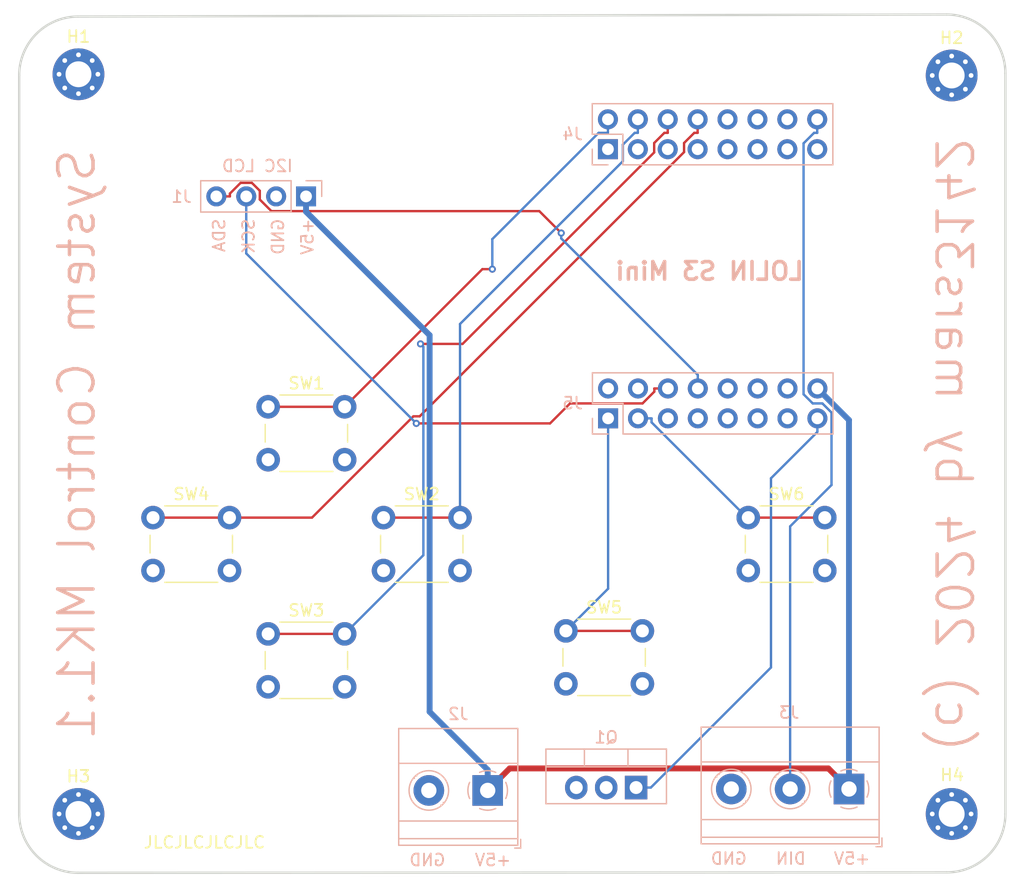
<source format=kicad_pcb>
(kicad_pcb (version 20240108) (generator "pcbnew") (generator_version "8.0")
  (title_block (title "System Control") (date "01.01.2024") (rev "MK1.1") (company "Peter Siegmund (mars3142)") (comment 1 "System Control Board for model railway"))
  (layers (0 "F.Cu" signal) (31 "B.Cu" signal) (34 "B.Paste" user) (35 "F.Paste" user) (36 "B.SilkS" user "B.Silkscreen") (37 "F.SilkS" user "F.Silkscreen") (38 "B.Mask" user) (39 "F.Mask" user) (44 "Edge.Cuts" user))
  (net 0 "")
  (net 1 "SCK")
  (net 2 "+5V")
  (net 3 "GND")
  (net 4 "SDA")
  (net 5 "DIN")
  (net 17 "UP")
  (net 18 "RIGHT")
  (net 19 "DOWN")
  (net 20 "LEFT")
  (net 21 "SELECT")
  (net 22 "BACK")
  (net 31 "MOSFET")
  (footprint "MountingHole:MountingHole_2.2mm_M2_Pad_Via" (layer "F.Cu") (at 59.05615 92.65115)
    (property "Reference" "H3" (at 0 -3.2 0) (layer "F.SilkS"))
    (property "Value" "MH3")
    (pad "1" thru_hole circle (at -1.65 0) (size 0.7 0.7) (drill 0.4) (layers "*.Cu" "*.Mask") (net 3 "GND"))
    (pad "1" thru_hole circle (at -1.166726 -1.166726) (size 0.7 0.7) (drill 0.4) (layers "*.Cu" "*.Mask") (net 3 "GND"))
    (pad "1" thru_hole circle (at -1.166726 1.166726) (size 0.7 0.7) (drill 0.4) (layers "*.Cu" "*.Mask") (net 3 "GND"))
    (pad "1" thru_hole circle (at 0 -1.65) (size 0.7 0.7) (drill 0.4) (layers "*.Cu" "*.Mask") (net 3 "GND"))
    (pad "1" thru_hole circle (at 0 0) (size 4.4 4.4) (drill 2.2) (layers "*.Cu" "*.Mask") (net 3 "GND"))
    (pad "1" thru_hole circle (at 0 1.65) (size 0.7 0.7) (drill 0.4) (layers "*.Cu" "*.Mask") (net 3 "GND"))
    (pad "1" thru_hole circle (at 1.166726 -1.166726) (size 0.7 0.7) (drill 0.4) (layers "*.Cu" "*.Mask") (net 3 "GND"))
    (pad "1" thru_hole circle (at 1.166726 1.166726) (size 0.7 0.7) (drill 0.4) (layers "*.Cu" "*.Mask") (net 3 "GND"))
    (pad "1" thru_hole circle (at 1.65 0) (size 0.7 0.7) (drill 0.4) (layers "*.Cu" "*.Mask") (net 3 "GND"))
  )
  (footprint "Button_Switch_THT:SW_PUSH_6mm_H4.3mm" (layer "F.Cu") (at 75.16945 58.03915)
    (property "Reference" "SW1" (at 3.25 -2 0) (layer "F.SilkS"))
    (property "Value" "UP")
    (fp_line (start -0.25 1.5) (end -0.25 3) (stroke (width 0.12)) (layer "F.SilkS"))
    (fp_line (start 1 5.5) (end 5.5 5.5) (stroke (width 0.12)) (layer "F.SilkS"))
    (fp_line (start 5.5 -1) (end 1 -1) (stroke (width 0.12)) (layer "F.SilkS"))
    (fp_line (start 6.75 3) (end 6.75 1.5) (stroke (width 0.12)) (layer "F.SilkS"))
    (pad "1" thru_hole circle (at 0 0 90) (size 2 2) (drill 1.1) (layers "*.Cu" "*.Mask") (net 17 "UP"))
    (pad "1" thru_hole circle (at 6.5 0 90) (size 2 2) (drill 1.1) (layers "*.Cu" "*.Mask") (net 17 "UP"))
    (pad "2" thru_hole circle (at 0 4.5 90) (size 2 2) (drill 1.1) (layers "*.Cu" "*.Mask") (net 3 "GND"))
    (pad "2" thru_hole circle (at 6.5 4.5 90) (size 2 2) (drill 1.1) (layers "*.Cu" "*.Mask") (net 3 "GND"))
  )
  (footprint "Button_Switch_THT:SW_PUSH_6mm_H4.3mm" (layer "F.Cu") (at 65.38945 67.46115)
    (property "Reference" "SW4" (at 3.25 -2 0) (layer "F.SilkS"))
    (property "Value" "LEFT")
    (fp_line (start -0.25 1.5) (end -0.25 3) (stroke (width 0.12)) (layer "F.SilkS"))
    (fp_line (start 1 5.5) (end 5.5 5.5) (stroke (width 0.12)) (layer "F.SilkS"))
    (fp_line (start 5.5 -1) (end 1 -1) (stroke (width 0.12)) (layer "F.SilkS"))
    (fp_line (start 6.75 3) (end 6.75 1.5) (stroke (width 0.12)) (layer "F.SilkS"))
    (pad "1" thru_hole circle (at 0 0 90) (size 2 2) (drill 1.1) (layers "*.Cu" "*.Mask") (net 20 "LEFT"))
    (pad "1" thru_hole circle (at 6.5 0 90) (size 2 2) (drill 1.1) (layers "*.Cu" "*.Mask") (net 20 "LEFT"))
    (pad "2" thru_hole circle (at 0 4.5 90) (size 2 2) (drill 1.1) (layers "*.Cu" "*.Mask") (net 3 "GND"))
    (pad "2" thru_hole circle (at 6.5 4.5 90) (size 2 2) (drill 1.1) (layers "*.Cu" "*.Mask") (net 3 "GND"))
  )
  (footprint "MountingHole:MountingHole_2.2mm_M2_Pad_Via" (layer "F.Cu") (at 59.05615 29.77315)
    (property "Reference" "H1" (at 0 -3.2 0) (layer "F.SilkS"))
    (property "Value" "MH1")
    (pad "1" thru_hole circle (at -1.65 0) (size 0.7 0.7) (drill 0.4) (layers "*.Cu" "*.Mask") (net 3 "GND"))
    (pad "1" thru_hole circle (at -1.166726 -1.166726) (size 0.7 0.7) (drill 0.4) (layers "*.Cu" "*.Mask") (net 3 "GND"))
    (pad "1" thru_hole circle (at -1.166726 1.166726) (size 0.7 0.7) (drill 0.4) (layers "*.Cu" "*.Mask") (net 3 "GND"))
    (pad "1" thru_hole circle (at 0 -1.65) (size 0.7 0.7) (drill 0.4) (layers "*.Cu" "*.Mask") (net 3 "GND"))
    (pad "1" thru_hole circle (at 0 0) (size 4.4 4.4) (drill 2.2) (layers "*.Cu" "*.Mask") (net 3 "GND"))
    (pad "1" thru_hole circle (at 0 1.65) (size 0.7 0.7) (drill 0.4) (layers "*.Cu" "*.Mask") (net 3 "GND"))
    (pad "1" thru_hole circle (at 1.166726 -1.166726) (size 0.7 0.7) (drill 0.4) (layers "*.Cu" "*.Mask") (net 3 "GND"))
    (pad "1" thru_hole circle (at 1.166726 1.166726) (size 0.7 0.7) (drill 0.4) (layers "*.Cu" "*.Mask") (net 3 "GND"))
    (pad "1" thru_hole circle (at 1.65 0) (size 0.7 0.7) (drill 0.4) (layers "*.Cu" "*.Mask") (net 3 "GND"))
  )
  (footprint "Button_Switch_THT:SW_PUSH_6mm_H4.3mm" (layer "F.Cu") (at 84.97145 67.46115)
    (property "Reference" "SW2" (at 3.25 -2 0) (layer "F.SilkS"))
    (property "Value" "RIGHT")
    (fp_line (start -0.25 1.5) (end -0.25 3) (stroke (width 0.12)) (layer "F.SilkS"))
    (fp_line (start 1 5.5) (end 5.5 5.5) (stroke (width 0.12)) (layer "F.SilkS"))
    (fp_line (start 5.5 -1) (end 1 -1) (stroke (width 0.12)) (layer "F.SilkS"))
    (fp_line (start 6.75 3) (end 6.75 1.5) (stroke (width 0.12)) (layer "F.SilkS"))
    (pad "1" thru_hole circle (at 0 0 90) (size 2 2) (drill 1.1) (layers "*.Cu" "*.Mask") (net 18 "RIGHT"))
    (pad "1" thru_hole circle (at 6.5 0 90) (size 2 2) (drill 1.1) (layers "*.Cu" "*.Mask") (net 18 "RIGHT"))
    (pad "2" thru_hole circle (at 0 4.5 90) (size 2 2) (drill 1.1) (layers "*.Cu" "*.Mask") (net 3 "GND"))
    (pad "2" thru_hole circle (at 6.5 4.5 90) (size 2 2) (drill 1.1) (layers "*.Cu" "*.Mask") (net 3 "GND"))
  )
  (footprint "Button_Switch_THT:SW_PUSH_6mm_H4.3mm" (layer "F.Cu") (at 75.16945 77.34315)
    (property "Reference" "SW3" (at 3.25 -2 0) (layer "F.SilkS"))
    (property "Value" "DOWN")
    (fp_line (start -0.25 1.5) (end -0.25 3) (stroke (width 0.12)) (layer "F.SilkS"))
    (fp_line (start 1 5.5) (end 5.5 5.5) (stroke (width 0.12)) (layer "F.SilkS"))
    (fp_line (start 5.5 -1) (end 1 -1) (stroke (width 0.12)) (layer "F.SilkS"))
    (fp_line (start 6.75 3) (end 6.75 1.5) (stroke (width 0.12)) (layer "F.SilkS"))
    (pad "1" thru_hole circle (at 0 0 90) (size 2 2) (drill 1.1) (layers "*.Cu" "*.Mask") (net 19 "DOWN"))
    (pad "1" thru_hole circle (at 6.5 0 90) (size 2 2) (drill 1.1) (layers "*.Cu" "*.Mask") (net 19 "DOWN"))
    (pad "2" thru_hole circle (at 0 4.5 90) (size 2 2) (drill 1.1) (layers "*.Cu" "*.Mask") (net 3 "GND"))
    (pad "2" thru_hole circle (at 6.5 4.5 90) (size 2 2) (drill 1.1) (layers "*.Cu" "*.Mask") (net 3 "GND"))
  )
  (footprint "Button_Switch_THT:SW_PUSH_6mm_H4.3mm" (layer "F.Cu") (at 115.95945 67.46115)
    (property "Reference" "SW6" (at 3.25 -2 0) (layer "F.SilkS"))
    (property "Value" "BACK")
    (fp_line (start -0.25 1.5) (end -0.25 3) (stroke (width 0.12)) (layer "F.SilkS"))
    (fp_line (start 1 5.5) (end 5.5 5.5) (stroke (width 0.12)) (layer "F.SilkS"))
    (fp_line (start 5.5 -1) (end 1 -1) (stroke (width 0.12)) (layer "F.SilkS"))
    (fp_line (start 6.75 3) (end 6.75 1.5) (stroke (width 0.12)) (layer "F.SilkS"))
    (pad "1" thru_hole circle (at 0 0 90) (size 2 2) (drill 1.1) (layers "*.Cu" "*.Mask") (net 22 "BACK"))
    (pad "1" thru_hole circle (at 6.5 0 90) (size 2 2) (drill 1.1) (layers "*.Cu" "*.Mask") (net 22 "BACK"))
    (pad "2" thru_hole circle (at 0 4.5 90) (size 2 2) (drill 1.1) (layers "*.Cu" "*.Mask") (net 3 "GND"))
    (pad "2" thru_hole circle (at 6.5 4.5 90) (size 2 2) (drill 1.1) (layers "*.Cu" "*.Mask") (net 3 "GND"))
  )
  (footprint "MountingHole:MountingHole_2.2mm_M2_Pad_Via" (layer "F.Cu") (at 133.23945 29.87645)
    (property "Reference" "H2" (at 0 -3.2 0) (layer "F.SilkS"))
    (property "Value" "MH2")
    (pad "1" thru_hole circle (at -1.65 0) (size 0.7 0.7) (drill 0.4) (layers "*.Cu" "*.Mask") (net 3 "GND"))
    (pad "1" thru_hole circle (at -1.166726 -1.166726) (size 0.7 0.7) (drill 0.4) (layers "*.Cu" "*.Mask") (net 3 "GND"))
    (pad "1" thru_hole circle (at -1.166726 1.166726) (size 0.7 0.7) (drill 0.4) (layers "*.Cu" "*.Mask") (net 3 "GND"))
    (pad "1" thru_hole circle (at 0 -1.65) (size 0.7 0.7) (drill 0.4) (layers "*.Cu" "*.Mask") (net 3 "GND"))
    (pad "1" thru_hole circle (at 0 0) (size 4.4 4.4) (drill 2.2) (layers "*.Cu" "*.Mask") (net 3 "GND"))
    (pad "1" thru_hole circle (at 0 1.65) (size 0.7 0.7) (drill 0.4) (layers "*.Cu" "*.Mask") (net 3 "GND"))
    (pad "1" thru_hole circle (at 1.166726 -1.166726) (size 0.7 0.7) (drill 0.4) (layers "*.Cu" "*.Mask") (net 3 "GND"))
    (pad "1" thru_hole circle (at 1.166726 1.166726) (size 0.7 0.7) (drill 0.4) (layers "*.Cu" "*.Mask") (net 3 "GND"))
    (pad "1" thru_hole circle (at 1.65 0) (size 0.7 0.7) (drill 0.4) (layers "*.Cu" "*.Mask") (net 3 "GND"))
  )
  (footprint "MountingHole:MountingHole_2.2mm_M2_Pad_Via" (layer "F.Cu") (at 133.23945 92.65115)
    (property "Reference" "H4" (at 0.0355 -3.3145 0) (layer "F.SilkS"))
    (property "Value" "MH4")
    (pad "1" thru_hole circle (at -1.65 0) (size 0.7 0.7) (drill 0.4) (layers "*.Cu" "*.Mask") (net 3 "GND"))
    (pad "1" thru_hole circle (at -1.166726 -1.166726) (size 0.7 0.7) (drill 0.4) (layers "*.Cu" "*.Mask") (net 3 "GND"))
    (pad "1" thru_hole circle (at -1.166726 1.166726) (size 0.7 0.7) (drill 0.4) (layers "*.Cu" "*.Mask") (net 3 "GND"))
    (pad "1" thru_hole circle (at 0 -1.65) (size 0.7 0.7) (drill 0.4) (layers "*.Cu" "*.Mask") (net 3 "GND"))
    (pad "1" thru_hole circle (at 0 0) (size 4.4 4.4) (drill 2.2) (layers "*.Cu" "*.Mask") (net 3 "GND"))
    (pad "1" thru_hole circle (at 0 1.65) (size 0.7 0.7) (drill 0.4) (layers "*.Cu" "*.Mask") (net 3 "GND"))
    (pad "1" thru_hole circle (at 1.166726 -1.166726) (size 0.7 0.7) (drill 0.4) (layers "*.Cu" "*.Mask") (net 3 "GND"))
    (pad "1" thru_hole circle (at 1.166726 1.166726) (size 0.7 0.7) (drill 0.4) (layers "*.Cu" "*.Mask") (net 3 "GND"))
    (pad "1" thru_hole circle (at 1.65 0) (size 0.7 0.7) (drill 0.4) (layers "*.Cu" "*.Mask") (net 3 "GND"))
  )
  (footprint "Button_Switch_THT:SW_PUSH_6mm_H4.3mm" (layer "F.Cu") (at 100.46545 77.08915)
    (property "Reference" "SW5" (at 3.25 -2 0) (layer "F.SilkS"))
    (property "Value" "SELECT")
    (fp_line (start -0.25 1.5) (end -0.25 3) (stroke (width 0.12)) (layer "F.SilkS"))
    (fp_line (start 1 5.5) (end 5.5 5.5) (stroke (width 0.12)) (layer "F.SilkS"))
    (fp_line (start 5.5 -1) (end 1 -1) (stroke (width 0.12)) (layer "F.SilkS"))
    (fp_line (start 6.75 3) (end 6.75 1.5) (stroke (width 0.12)) (layer "F.SilkS"))
    (pad "1" thru_hole circle (at 0 0 90) (size 2 2) (drill 1.1) (layers "*.Cu" "*.Mask") (net 21 "SELECT"))
    (pad "1" thru_hole circle (at 6.5 0 90) (size 2 2) (drill 1.1) (layers "*.Cu" "*.Mask") (net 21 "SELECT"))
    (pad "2" thru_hole circle (at 0 4.5 90) (size 2 2) (drill 1.1) (layers "*.Cu" "*.Mask") (net 3 "GND"))
    (pad "2" thru_hole circle (at 6.5 4.5 90) (size 2 2) (drill 1.1) (layers "*.Cu" "*.Mask") (net 3 "GND"))
  )
  (footprint "Package_TO_SOT_THT:TO-220-3_Vertical" (layer "B.Cu") (at 106.42945 90.40615 180)
    (property "Reference" "Q1" (at 2.54 4.27 0) (layer "B.SilkS") (effects (justify mirror)))
    (property "Value" "IRF3205")
    (fp_line (start 7.66 3.27) (end -2.58 3.27) (stroke (width 0.12)) (layer "B.SilkS"))
    (fp_line (start 7.66 1.76) (end -2.58 1.76) (stroke (width 0.12)) (layer "B.SilkS"))
    (fp_line (start 7.66 -1.371) (end 7.66 3.27) (stroke (width 0.12)) (layer "B.SilkS"))
    (fp_line (start 7.66 -1.371) (end -2.58 -1.371) (stroke (width 0.12)) (layer "B.SilkS"))
    (fp_line (start 4.391 1.76) (end 4.391 3.27) (stroke (width 0.12)) (layer "B.SilkS"))
    (fp_line (start 0.69 1.76) (end 0.69 3.27) (stroke (width 0.12)) (layer "B.SilkS"))
    (fp_line (start -2.58 -1.371) (end -2.58 3.27) (stroke (width 0.12)) (layer "B.SilkS"))
    (pad "1" thru_hole rect (at 0 0 180) (size 1.905 2) (drill 1.1) (layers "*.Cu" "*.Mask") (net 31 "MOSFET"))
    (pad "2" thru_hole oval (at 2.54 0 180) (size 1.905 2) (drill 1.1) (layers "*.Cu" "*.Mask") (net 3 "GND"))
    (pad "3" thru_hole oval (at 5.08 0 180) (size 1.905 2) (drill 1.1) (layers "*.Cu" "*.Mask") (net 3 "GND"))
  )
  (footprint "TerminalBlock_Phoenix:TerminalBlock_Phoenix_MKDS-1,5-3_1x03_P5.00mm_Horizontal" (layer "B.Cu") (at 124.51545 90.53015 180)
    (property "Reference" "J3" (at 5.085 6.5 0) (layer "B.SilkS") (effects (justify mirror)))
    (property "Value" "Output")
    (fp_line (start 12.56 5.261) (end -2.56 5.261) (stroke (width 0.12)) (layer "B.SilkS"))
    (fp_line (start 12.56 2.301) (end -2.56 2.301) (stroke (width 0.12)) (layer "B.SilkS"))
    (fp_line (start 12.56 -2.6) (end -2.56 -2.6) (stroke (width 0.12)) (layer "B.SilkS"))
    (fp_line (start 12.56 -4.1) (end -2.56 -4.1) (stroke (width 0.12)) (layer "B.SilkS"))
    (fp_line (start 12.56 -4.66) (end 12.56 5.261) (stroke (width 0.12)) (layer "B.SilkS"))
    (fp_line (start 12.56 -4.66) (end -2.56 -4.66) (stroke (width 0.12)) (layer "B.SilkS"))
    (fp_line (start 11.228 1.023) (end 11.275 1.069) (stroke (width 0.12)) (layer "B.SilkS"))
    (fp_line (start 11.035 1.239) (end 11.07 1.275) (stroke (width 0.12)) (layer "B.SilkS"))
    (fp_line (start 8.931 -1.274) (end 8.966 -1.239) (stroke (width 0.12)) (layer "B.SilkS"))
    (fp_line (start 8.726 -1.069) (end 8.773 -1.023) (stroke (width 0.12)) (layer "B.SilkS"))
    (fp_line (start 6.228 1.023) (end 6.275 1.069) (stroke (width 0.12)) (layer "B.SilkS"))
    (fp_line (start 6.035 1.239) (end 6.07 1.275) (stroke (width 0.12)) (layer "B.SilkS"))
    (fp_line (start 3.931 -1.274) (end 3.966 -1.239) (stroke (width 0.12)) (layer "B.SilkS"))
    (fp_line (start 3.726 -1.069) (end 3.773 -1.023) (stroke (width 0.12)) (layer "B.SilkS"))
    (fp_line (start -2.3 -4.9) (end -2.8 -4.9) (stroke (width 0.12)) (layer "B.SilkS"))
    (fp_line (start -2.56 -4.66) (end -2.56 5.261) (stroke (width 0.12)) (layer "B.SilkS"))
    (fp_line (start -2.8 -4.9) (end -2.8 -4.16) (stroke (width 0.12)) (layer "B.SilkS"))
    (fp_arc (start 1.535 -0.684) (mid 1.6805 -0.000524) (end 1.535427 0.683042) (stroke (width 0.12)) (layer "B.SilkS"))
    (fp_arc (start 0.684 1.535) (mid 0.000524 1.680501) (end -0.683042 1.535427) (stroke (width 0.12)) (layer "B.SilkS"))
    (fp_arc (start 0 -1.68) (mid 0.349292 -1.643288) (end 0.683318 -1.534756) (stroke (width 0.12)) (layer "B.SilkS"))
    (fp_arc (start -0.684 -1.535) (mid -0.335551 -1.646659) (end 0.028805 -1.680253) (stroke (width 0.12)) (layer "B.SilkS"))
    (fp_arc (start -1.535 0.684) (mid -1.680501 0.000524) (end -1.535427 -0.683042) (stroke (width 0.12)) (layer "B.SilkS"))
    (fp_circle (center 10 0) (end 11.68 0) (stroke (width 0.12)) (fill none) (layer "B.SilkS"))
    (fp_circle (center 5 0) (end 6.68 0) (stroke (width 0.12)) (fill none) (layer "B.SilkS"))
    (pad "1" thru_hole rect (at 0 0 180) (size 2.6 2.6) (drill 1.3) (layers "*.Cu" "*.Mask") (net 2 "+5V"))
    (pad "2" thru_hole circle (at 5 0 180) (size 2.6 2.6) (drill 1.3) (layers "*.Cu" "*.Mask") (net 5 "DIN"))
    (pad "3" thru_hole circle (at 10 0 180) (size 2.6 2.6) (drill 1.3) (layers "*.Cu" "*.Mask") (net 3 "GND"))
  )
  (footprint "Connector_PinSocket_2.54mm:PinSocket_2x08_P2.54mm_Vertical" (layer "B.Cu") (at 104.05145 59.02315 -90)
    (property "Reference" "J5" (at -1.29 3.015 180) (layer "B.SilkS") (effects (justify mirror)))
    (property "Value" "Female Header Right" (hide yes))
    (fp_line (start -1.27 1.33) (end -3.87 1.33) (stroke (width 0.12)) (layer "B.SilkS"))
    (fp_line (start 1.33 1.33) (end 0 1.33) (stroke (width 0.12)) (layer "B.SilkS"))
    (fp_line (start 1.33 0) (end 1.33 1.33) (stroke (width 0.12)) (layer "B.SilkS"))
    (fp_line (start -1.27 -1.27) (end -1.27 1.33) (stroke (width 0.12)) (layer "B.SilkS"))
    (fp_line (start 1.33 -1.27) (end -1.27 -1.27) (stroke (width 0.12)) (layer "B.SilkS"))
    (fp_line (start -3.87 -19.11) (end -3.87 1.33) (stroke (width 0.12)) (layer "B.SilkS"))
    (fp_line (start 1.33 -19.11) (end 1.33 -1.27) (stroke (width 0.12)) (layer "B.SilkS"))
    (fp_line (start 1.33 -19.11) (end -3.87 -19.11) (stroke (width 0.12)) (layer "B.SilkS"))
    (pad "1" thru_hole rect (at 0 0 270) (size 1.7 1.7) (drill 1) (layers "*.Cu" "*.Mask") (net 21 "SELECT"))
    (pad "2" thru_hole oval (at -2.54 0 270) (size 1.7 1.7) (drill 1) (layers "*.Cu" "*.Mask"))
    (pad "3" thru_hole oval (at 0 -2.54 270) (size 1.7 1.7) (drill 1) (layers "*.Cu" "*.Mask") (net 22 "BACK"))
    (pad "4" thru_hole oval (at -2.54 -2.54 270) (size 1.7 1.7) (drill 1) (layers "*.Cu" "*.Mask"))
    (pad "5" thru_hole oval (at 0 -5.08 270) (size 1.7 1.7) (drill 1) (layers "*.Cu" "*.Mask"))
    (pad "6" thru_hole oval (at -2.54 -5.08 270) (size 1.7 1.7) (drill 1) (layers "*.Cu" "*.Mask") (net 1 "SCK"))
    (pad "7" thru_hole oval (at 0 -7.62 270) (size 1.7 1.7) (drill 1) (layers "*.Cu" "*.Mask"))
    (pad "8" thru_hole oval (at -2.54 -7.62 270) (size 1.7 1.7) (drill 1) (layers "*.Cu" "*.Mask") (net 4 "SDA"))
    (pad "9" thru_hole oval (at 0 -10.16 270) (size 1.7 1.7) (drill 1) (layers "*.Cu" "*.Mask"))
    (pad "10" thru_hole oval (at -2.54 -10.16 270) (size 1.7 1.7) (drill 1) (layers "*.Cu" "*.Mask"))
    (pad "11" thru_hole oval (at 0 -12.7 270) (size 1.7 1.7) (drill 1) (layers "*.Cu" "*.Mask"))
    (pad "12" thru_hole oval (at -2.54 -12.7 270) (size 1.7 1.7) (drill 1) (layers "*.Cu" "*.Mask"))
    (pad "13" thru_hole oval (at 0 -15.24 270) (size 1.7 1.7) (drill 1) (layers "*.Cu" "*.Mask") (net 3 "GND"))
    (pad "14" thru_hole oval (at -2.54 -15.24 270) (size 1.7 1.7) (drill 1) (layers "*.Cu" "*.Mask") (net 3 "GND"))
    (pad "15" thru_hole oval (at 0 -17.78 270) (size 1.7 1.7) (drill 1) (layers "*.Cu" "*.Mask") (net 31 "MOSFET"))
    (pad "16" thru_hole oval (at -2.54 -17.78 270) (size 1.7 1.7) (drill 1) (layers "*.Cu" "*.Mask") (net 2 "+5V"))
  )
  (footprint "Connector_PinSocket_2.54mm:PinSocket_1x04_P2.54mm_Vertical" (layer "B.Cu") (at 78.38945 40.15515 90)
    (property "Reference" "J1" (at -0.025 -10.58 180) (layer "B.SilkS") (effects (justify mirror)))
    (property "Value" "Female Header")
    (fp_line (start 1.33 -8.95) (end -1.33 -8.95) (stroke (width 0.12)) (layer "B.SilkS"))
    (fp_line (start 1.33 -8.95) (end 1.33 -1.27) (stroke (width 0.12)) (layer "B.SilkS"))
    (fp_line (start -1.33 -8.95) (end -1.33 -1.27) (stroke (width 0.12)) (layer "B.SilkS"))
    (fp_line (start 1.33 -1.27) (end -1.33 -1.27) (stroke (width 0.12)) (layer "B.SilkS"))
    (fp_line (start 1.33 0) (end 1.33 1.33) (stroke (width 0.12)) (layer "B.SilkS"))
    (fp_line (start 1.33 1.33) (end 0 1.33) (stroke (width 0.12)) (layer "B.SilkS"))
    (pad "1" thru_hole rect (at 0 0 90) (size 1.7 1.7) (drill 1) (layers "*.Cu" "*.Mask") (net 2 "+5V"))
    (pad "2" thru_hole oval (at 0 -2.54 90) (size 1.7 1.7) (drill 1) (layers "*.Cu" "*.Mask") (net 3 "GND"))
    (pad "3" thru_hole oval (at 0 -5.08 90) (size 1.7 1.7) (drill 1) (layers "*.Cu" "*.Mask") (net 1 "SCK"))
    (pad "4" thru_hole oval (at 0 -7.62 90) (size 1.7 1.7) (drill 1) (layers "*.Cu" "*.Mask") (net 4 "SDA"))
  )
  (footprint "TerminalBlock_Phoenix:TerminalBlock_Phoenix_MKDS-1,5-2_1x02_P5.00mm_Horizontal" (layer "B.Cu") (at 93.82145 90.65115 180)
    (property "Reference" "J2" (at 2.5 6.5 0) (layer "B.SilkS") (effects (justify mirror)))
    (property "Value" "Input")
    (fp_line (start 7.56 5.261) (end -2.56 5.261) (stroke (width 0.12)) (layer "B.SilkS"))
    (fp_line (start 7.56 2.301) (end -2.56 2.301) (stroke (width 0.12)) (layer "B.SilkS"))
    (fp_line (start 7.56 -2.6) (end -2.56 -2.6) (stroke (width 0.12)) (layer "B.SilkS"))
    (fp_line (start 7.56 -4.1) (end -2.56 -4.1) (stroke (width 0.12)) (layer "B.SilkS"))
    (fp_line (start 7.56 -4.66) (end 7.56 5.261) (stroke (width 0.12)) (layer "B.SilkS"))
    (fp_line (start 7.56 -4.66) (end -2.56 -4.66) (stroke (width 0.12)) (layer "B.SilkS"))
    (fp_line (start 6.228 1.023) (end 6.275 1.069) (stroke (width 0.12)) (layer "B.SilkS"))
    (fp_line (start 6.035 1.239) (end 6.07 1.275) (stroke (width 0.12)) (layer "B.SilkS"))
    (fp_line (start 3.931 -1.274) (end 3.966 -1.239) (stroke (width 0.12)) (layer "B.SilkS"))
    (fp_line (start 3.726 -1.069) (end 3.773 -1.023) (stroke (width 0.12)) (layer "B.SilkS"))
    (fp_line (start -2.3 -4.9) (end -2.8 -4.9) (stroke (width 0.12)) (layer "B.SilkS"))
    (fp_line (start -2.56 -4.66) (end -2.56 5.261) (stroke (width 0.12)) (layer "B.SilkS"))
    (fp_line (start -2.8 -4.9) (end -2.8 -4.16) (stroke (width 0.12)) (layer "B.SilkS"))
    (fp_arc (start 1.535 -0.684) (mid 1.6805 -0.000524) (end 1.535427 0.683042) (stroke (width 0.12)) (layer "B.SilkS"))
    (fp_arc (start 0.684 1.535) (mid 0.000524 1.680501) (end -0.683042 1.535427) (stroke (width 0.12)) (layer "B.SilkS"))
    (fp_arc (start 0 -1.68) (mid 0.349292 -1.643288) (end 0.683318 -1.534756) (stroke (width 0.12)) (layer "B.SilkS"))
    (fp_arc (start -0.684 -1.535) (mid -0.335551 -1.646659) (end 0.028805 -1.680253) (stroke (width 0.12)) (layer "B.SilkS"))
    (fp_arc (start -1.535 0.684) (mid -1.680501 0.000524) (end -1.535427 -0.683042) (stroke (width 0.12)) (layer "B.SilkS"))
    (fp_circle (center 5 0) (end 6.68 0) (stroke (width 0.12)) (fill none) (layer "B.SilkS"))
    (pad "1" thru_hole rect (at 0 0 180) (size 2.6 2.6) (drill 1.3) (layers "*.Cu" "*.Mask") (net 2 "+5V"))
    (pad "2" thru_hole circle (at 5 0 180) (size 2.6 2.6) (drill 1.3) (layers "*.Cu" "*.Mask") (net 3 "GND"))
  )
  (footprint "Connector_PinSocket_2.54mm:PinSocket_2x08_P2.54mm_Vertical" (layer "B.Cu") (at 104.03645 36.14315 -90)
    (property "Reference" "J4" (at -1.29 3 180) (layer "B.SilkS") (effects (justify mirror)))
    (property "Value" "Female Header Left" (hide yes))
    (fp_line (start -1.27 1.33) (end -3.87 1.33) (stroke (width 0.12)) (layer "B.SilkS"))
    (fp_line (start 1.33 1.33) (end 0 1.33) (stroke (width 0.12)) (layer "B.SilkS"))
    (fp_line (start 1.33 0) (end 1.33 1.33) (stroke (width 0.12)) (layer "B.SilkS"))
    (fp_line (start -1.27 -1.27) (end -1.27 1.33) (stroke (width 0.12)) (layer "B.SilkS"))
    (fp_line (start 1.33 -1.27) (end -1.27 -1.27) (stroke (width 0.12)) (layer "B.SilkS"))
    (fp_line (start -3.87 -19.11) (end -3.87 1.33) (stroke (width 0.12)) (layer "B.SilkS"))
    (fp_line (start 1.33 -19.11) (end 1.33 -1.27) (stroke (width 0.12)) (layer "B.SilkS"))
    (fp_line (start 1.33 -19.11) (end -3.87 -19.11) (stroke (width 0.12)) (layer "B.SilkS"))
    (pad "1" thru_hole rect (at 0 0 270) (size 1.7 1.7) (drill 1) (layers "*.Cu" "*.Mask"))
    (pad "2" thru_hole oval (at -2.54 0 270) (size 1.7 1.7) (drill 1) (layers "*.Cu" "*.Mask") (net 17 "UP"))
    (pad "3" thru_hole oval (at 0 -2.54 270) (size 1.7 1.7) (drill 1) (layers "*.Cu" "*.Mask"))
    (pad "4" thru_hole oval (at -2.54 -2.54 270) (size 1.7 1.7) (drill 1) (layers "*.Cu" "*.Mask") (net 18 "RIGHT"))
    (pad "5" thru_hole oval (at 0 -5.08 270) (size 1.7 1.7) (drill 1) (layers "*.Cu" "*.Mask"))
    (pad "6" thru_hole oval (at -2.54 -5.08 270) (size 1.7 1.7) (drill 1) (layers "*.Cu" "*.Mask") (net 19 "DOWN"))
    (pad "7" thru_hole oval (at 0 -7.62 270) (size 1.7 1.7) (drill 1) (layers "*.Cu" "*.Mask"))
    (pad "8" thru_hole oval (at -2.54 -7.62 270) (size 1.7 1.7) (drill 1) (layers "*.Cu" "*.Mask") (net 20 "LEFT"))
    (pad "9" thru_hole oval (at 0 -10.16 270) (size 1.7 1.7) (drill 1) (layers "*.Cu" "*.Mask"))
    (pad "10" thru_hole oval (at -2.54 -10.16 270) (size 1.7 1.7) (drill 1) (layers "*.Cu" "*.Mask"))
    (pad "11" thru_hole oval (at 0 -12.7 270) (size 1.7 1.7) (drill 1) (layers "*.Cu" "*.Mask"))
    (pad "12" thru_hole oval (at -2.54 -12.7 270) (size 1.7 1.7) (drill 1) (layers "*.Cu" "*.Mask"))
    (pad "13" thru_hole oval (at 0 -15.24 270) (size 1.7 1.7) (drill 1) (layers "*.Cu" "*.Mask"))
    (pad "14" thru_hole oval (at -2.54 -15.24 270) (size 1.7 1.7) (drill 1) (layers "*.Cu" "*.Mask"))
    (pad "15" thru_hole oval (at 0 -17.78 270) (size 1.7 1.7) (drill 1) (layers "*.Cu" "*.Mask"))
    (pad "16" thru_hole oval (at -2.54 -17.78 270) (size 1.7 1.7) (drill 1) (layers "*.Cu" "*.Mask") (net 5 "DIN"))
  )
  (gr_line (start 59.01945 24.868424) (end 132.80345 24.69315) (stroke (width 0.2)) (layer "Edge.Cuts"))
  (gr_line (start 59.01945 97.65115) (end 132.803451 97.615489) (stroke (width 0.2)) (layer "Edge.Cuts"))
  (gr_arc (start 137.80345 92.65115) (mid 136.336808 96.17411) (end 132.803451 97.615489) (stroke (width 0.2)) (layer "Edge.Cuts"))
  (gr_line (start 137.80345 29.69315) (end 137.80345 92.65115) (stroke (width 0.2)) (layer "Edge.Cuts"))
  (gr_arc (start 132.80345 24.69315) (mid 136.339013 26.157587) (end 137.80345 29.69315) (stroke (width 0.2)) (layer "Edge.Cuts"))
  (gr_line (start 54.01945 92.65115) (end 54.01945 29.868424) (stroke (width 0.2)) (layer "Edge.Cuts"))
  (gr_arc (start 54.01945 29.868424) (mid 55.483915 26.332888) (end 59.01945 24.868424) (stroke (width 0.2)) (layer "Edge.Cuts"))
  (gr_arc (start 59.01945 97.65115) (mid 55.483916 96.186684) (end 54.01945 92.65115) (stroke (width 0.2)) (layer "Edge.Cuts"))
  (gr_text "GND" (at 76.58945 41.96515 90) (layer "B.SilkS") (effects (font (size 1 1)) (justify left bottom mirror)))
  (gr_text "SCK" (at 74.08945 41.96515 90) (layer "B.SilkS") (effects (font (size 1 1)) (justify left bottom mirror)))
  (gr_text "I2C LCD" (at 77.35145 38.15515 0) (layer "B.SilkS") (effects (font (size 1 1)) (justify left bottom mirror)))
  (gr_text "LOLIN S3 Mini" (at 120.83145 47.39315 0) (layer "B.SilkS") (effects (font (size 1.5 1.5) (thickness 0.3) (bold yes)) (justify left bottom mirror)))
  (gr_text "+5V" (at 95.88945 97.15115 0) (layer "B.SilkS") (effects (font (size 1 1)) (justify left bottom mirror)))
  (gr_text "+5V" (at 126.38945 97.03015 0) (layer "B.SilkS") (effects (font (size 1 1)) (justify left bottom mirror)))
  (gr_text "+5V" (at 79.08945 41.96515 90) (layer "B.SilkS") (effects (font (size 1 1)) (justify left bottom mirror)))
  (gr_text "(c) 2024 by mars3142" (at 131.62095 61.263799 270) (layer "B.SilkS") (effects (font (size 3 3) (thickness 0.3) (bold yes)) (justify bottom mirror)))
  (gr_text "GND" (at 115.93045 97.03015 0) (layer "B.SilkS") (effects (font (size 1 1)) (justify left bottom mirror)))
  (gr_text "GND" (at 90.32145 97.15115 0) (layer "B.SilkS") (effects (font (size 1 1)) (justify left bottom mirror)))
  (gr_text "DIN" (at 120.93045 97.03015 0) (layer "B.SilkS") (effects (font (size 1 1)) (justify left bottom mirror)))
  (gr_text "System Control MK1.1" (at 60.674676 61.241957 90) (layer "B.SilkS") (effects (font (size 3 3) (thickness 0.3)) (justify bottom mirror)))
  (gr_text "SDA" (at 71.58945 41.96515 90) (layer "B.SilkS") (effects (font (size 1 1)) (justify left bottom mirror)))
  (gr_text "JLCJLCJLCJLC" (at 64.51945 95.65115 0) (layer "F.SilkS") (effects (font (size 1 1)) (justify left bottom)))
  (segment (start 87.75675 59.45175) (end 99.11965 59.45175) (width 0.2) (layer "F.Cu") (net 1))
  (segment (start 109.13145 56.48315) (end 107.97975 56.48315) (width 0.2) (layer "F.Cu") (net 1))
  (segment (start 100.81825 57.75315) (end 106.97825 57.75315) (width 0.2) (layer "F.Cu") (net 1))
  (segment (start 99.11965 59.45175) (end 100.81825 57.75315) (width 0.2) (layer "F.Cu") (net 1))
  (segment (start 107.97975 56.75165) (end 107.97975 56.48315) (width 0.2) (layer "F.Cu") (net 1))
  (segment (start 106.97825 57.75315) (end 107.97975 56.75165) (width 0.2) (layer "F.Cu") (net 1))
  (via (at 87.75675 59.45175) (size 0.6) (drill 0.3) (layers "F.Cu" "B.Cu") (net 1))
  (segment (start 73.30945 45.00445) (end 87.75675 59.45175) (width 0.2) (layer "B.Cu") (net 1))
  (segment (start 73.30945 40.15515) (end 73.30945 45.00445) (width 0.2) (layer "B.Cu") (net 1))
  (segment (start 93.82145 90.65115) (end 95.69245 88.78015) (width 0.5) (layer "F.Cu") (net 2))
  (segment (start 95.69245 88.78015) (end 122.76545 88.78015) (width 0.5) (layer "F.Cu") (net 2))
  (segment (start 122.76545 88.78015) (end 124.51545 90.53015) (width 0.5) (layer "F.Cu") (net 2))
  (segment (start 124.51545 90.53015) (end 124.51545 59.16715) (width 0.5) (layer "B.Cu") (net 2))
  (segment (start 93.82145 88.89945) (end 93.82145 90.65115) (width 0.5) (layer "B.Cu") (net 2))
  (segment (start 88.88945 83.96745) (end 93.82145 88.89945) (width 0.5) (layer "B.Cu") (net 2))
  (segment (start 124.51545 59.16715) (end 121.83145 56.48315) (width 0.5) (layer "B.Cu") (net 2))
  (segment (start 78.38945 40.15515) (end 78.38945 41.45685) (width 0.5) (layer "B.Cu") (net 2))
  (segment (start 78.38945 41.45685) (end 88.88945 51.95685) (width 0.5) (layer "B.Cu") (net 2))
  (segment (start 88.88945 51.95685) (end 88.88945 83.96745) (width 0.5) (layer "B.Cu") (net 2))
  (segment (start 98.20635 41.40735) (end 75.44525 41.40735) (width 0.2) (layer "F.Cu") (net 4))
  (segment (start 100.06855 43.26955) (end 98.20635 41.40735) (width 0.2) (layer "F.Cu") (net 4))
  (segment (start 74.46115 40.42325) (end 74.46115 39.67805) (width 0.2) (layer "F.Cu") (net 4))
  (segment (start 73.78655 39.00345) (end 72.83235 39.00345) (width 0.2) (layer "F.Cu") (net 4))
  (segment (start 71.92115 39.91465) (end 71.92115 40.15515) (width 0.2) (layer "F.Cu") (net 4))
  (segment (start 70.76945 40.15515) (end 71.92115 40.15515) (width 0.2) (layer "F.Cu") (net 4))
  (segment (start 72.83235 39.00345) (end 71.92115 39.91465) (width 0.2) (layer "F.Cu") (net 4))
  (segment (start 75.44525 41.40735) (end 74.46115 40.42325) (width 0.2) (layer "F.Cu") (net 4))
  (segment (start 74.46115 39.67805) (end 73.78655 39.00345) (width 0.2) (layer "F.Cu") (net 4))
  (via (at 100.06855 43.26955) (size 0.6) (drill 0.3) (layers "F.Cu" "B.Cu") (net 4))
  (segment (start 111.67145 55.33145) (end 100.06855 43.72855) (width 0.2) (layer "B.Cu") (net 4))
  (segment (start 111.67145 56.48315) (end 111.67145 55.33145) (width 0.2) (layer "B.Cu") (net 4))
  (segment (start 100.06855 43.72855) (end 100.06855 43.26955) (width 0.2) (layer "B.Cu") (net 4))
  (segment (start 121.54795 34.75485) (end 121.81645 34.75485) (width 0.2) (layer "B.Cu") (net 5))
  (segment (start 123.03165 64.68895) (end 123.03165 58.52905) (width 0.2) (layer "B.Cu") (net 5))
  (segment (start 122.25575 57.75315) (end 121.43465 57.75315) (width 0.2) (layer "B.Cu") (net 5))
  (segment (start 119.51545 90.53015) (end 119.51545 68.20515) (width 0.2) (layer "B.Cu") (net 5))
  (segment (start 123.03165 58.52905) (end 122.25575 57.75315) (width 0.2) (layer "B.Cu") (net 5))
  (segment (start 120.65745 35.64535) (end 121.54795 34.75485) (width 0.2) (layer "B.Cu") (net 5))
  (segment (start 120.65745 56.97595) (end 120.65745 35.64535) (width 0.2) (layer "B.Cu") (net 5))
  (segment (start 121.43465 57.75315) (end 120.65745 56.97595) (width 0.2) (layer "B.Cu") (net 5))
  (segment (start 119.51545 68.20515) (end 123.03165 64.68895) (width 0.2) (layer "B.Cu") (net 5))
  (segment (start 121.81645 33.60315) (end 121.81645 34.75485) (width 0.2) (layer "B.Cu") (net 5))
  (segment (start 81.66945 58.03915) (end 75.16945 58.03915) (width 0.2) (layer "F.Cu") (net 17))
  (segment (start 93.36755 46.34105) (end 81.66945 58.03915) (width 0.2) (layer "F.Cu") (net 17))
  (segment (start 94.21465 46.34105) (end 93.36755 46.34105) (width 0.2) (layer "F.Cu") (net 17))
  (via (at 94.21465 46.34105) (size 0.6) (drill 0.3) (layers "F.Cu" "B.Cu") (net 17))
  (segment (start 104.03645 34.75485) (end 103.24465 34.75485) (width 0.2) (layer "B.Cu") (net 17))
  (segment (start 104.03645 33.60315) (end 104.03645 34.75485) (width 0.2) (layer "B.Cu") (net 17))
  (segment (start 94.21465 43.78485) (end 94.21465 46.34105) (width 0.2) (layer "B.Cu") (net 17))
  (segment (start 103.24465 34.75485) (end 94.21465 43.78485) (width 0.2) (layer "B.Cu") (net 17))
  (segment (start 91.47145 67.46115) (end 84.97145 67.46115) (width 0.2) (layer "F.Cu") (net 18))
  (segment (start 105.30645 35.75635) (end 106.30795 34.75485) (width 0.2) (layer "B.Cu") (net 18))
  (segment (start 91.47145 67.46115) (end 91.47145 50.99995) (width 0.2) (layer "B.Cu") (net 18))
  (segment (start 106.57645 33.60315) (end 106.57645 34.75485) (width 0.2) (layer "B.Cu") (net 18))
  (segment (start 105.30645 37.16495) (end 105.30645 35.75635) (width 0.2) (layer "B.Cu") (net 18))
  (segment (start 91.47145 50.99995) (end 105.30645 37.16495) (width 0.2) (layer "B.Cu") (net 18))
  (segment (start 106.30795 34.75485) (end 106.57645 34.75485) (width 0.2) (layer "B.Cu") (net 18))
  (segment (start 107.96475 36.41875) (end 91.69085 52.69265) (width 0.2) (layer "F.Cu") (net 19))
  (segment (start 107.96475 35.61855) (end 107.96475 36.41875) (width 0.2) (layer "F.Cu") (net 19))
  (segment (start 109.11645 34.75485) (end 108.82845 34.75485) (width 0.2) (layer "F.Cu") (net 19))
  (segment (start 81.66945 77.34315) (end 75.16945 77.34315) (width 0.2) (layer "F.Cu") (net 19))
  (segment (start 91.69085 52.69265) (end 88.11295 52.69265) (width 0.2) (layer "F.Cu") (net 19))
  (segment (start 108.82845 34.75485) (end 107.96475 35.61855) (width 0.2) (layer "F.Cu") (net 19))
  (segment (start 109.11645 33.60315) (end 109.11645 34.75485) (width 0.2) (layer "F.Cu") (net 19))
  (via (at 88.11295 52.69265) (size 0.6) (drill 0.3) (layers "F.Cu" "B.Cu") (net 19))
  (segment (start 88.35675 70.65585) (end 88.35675 52.93645) (width 0.2) (layer "B.Cu") (net 19))
  (segment (start 81.66945 77.34315) (end 88.35675 70.65585) (width 0.2) (layer "B.Cu") (net 19))
  (segment (start 88.35675 52.93645) (end 88.11295 52.69265) (width 0.2) (layer "B.Cu") (net 19))
  (segment (start 71.88945 67.46115) (end 65.38945 67.46115) (width 0.2) (layer "F.Cu") (net 20))
  (segment (start 111.36845 34.75485) (end 110.50475 35.61855) (width 0.2) (layer "F.Cu") (net 20))
  (segment (start 110.50475 36.39145) (end 88.04615 58.85005) (width 0.2) (layer "F.Cu") (net 20))
  (segment (start 78.89655 67.46115) (end 71.88945 67.46115) (width 0.2) (layer "F.Cu") (net 20))
  (segment (start 111.65645 34.75485) (end 111.36845 34.75485) (width 0.2) (layer "F.Cu") (net 20))
  (segment (start 87.50765 58.85005) (end 78.89655 67.46115) (width 0.2) (layer "F.Cu") (net 20))
  (segment (start 111.65645 33.60315) (end 111.65645 34.75485) (width 0.2) (layer "F.Cu") (net 20))
  (segment (start 88.04615 58.85005) (end 87.50765 58.85005) (width 0.2) (layer "F.Cu") (net 20))
  (segment (start 110.50475 35.61855) (end 110.50475 36.39145) (width 0.2) (layer "F.Cu") (net 20))
  (segment (start 106.96545 77.08915) (end 100.46545 77.08915) (width 0.2) (layer "F.Cu") (net 21))
  (segment (start 104.05145 73.50315) (end 100.46545 77.08915) (width 0.2) (layer "B.Cu") (net 21))
  (segment (start 104.05145 59.02315) (end 104.05145 73.50315) (width 0.2) (layer "B.Cu") (net 21))
  (segment (start 122.45945 67.46115) (end 115.95945 67.46115) (width 0.2) (layer "F.Cu") (net 22))
  (segment (start 107.74315 59.36115) (end 115.84315 67.46115) (width 0.2) (layer "B.Cu") (net 22))
  (segment (start 106.59145 59.02315) (end 107.74315 59.02315) (width 0.2) (layer "B.Cu") (net 22))
  (segment (start 107.74315 59.02315) (end 107.74315 59.36115) (width 0.2) (layer "B.Cu") (net 22))
  (segment (start 115.84315 67.46115) (end 115.95945 67.46115) (width 0.2) (layer "B.Cu") (net 22))
  (segment (start 121.83145 59.02315) (end 121.83145 60.17485) (width 0.2) (layer "B.Cu") (net 31))
  (segment (start 117.88945 80.20035) (end 107.68365 90.40615) (width 0.2) (layer "B.Cu") (net 31))
  (segment (start 107.68365 90.40615) (end 106.42945 90.40615) (width 0.2) (layer "B.Cu") (net 31))
  (segment (start 121.83145 60.17485) (end 117.88945 64.11685) (width 0.2) (layer "B.Cu") (net 31))
  (segment (start 117.88945 64.11685) (end 117.88945 80.20035) (width 0.2) (layer "B.Cu") (net 31))
)
</source>
